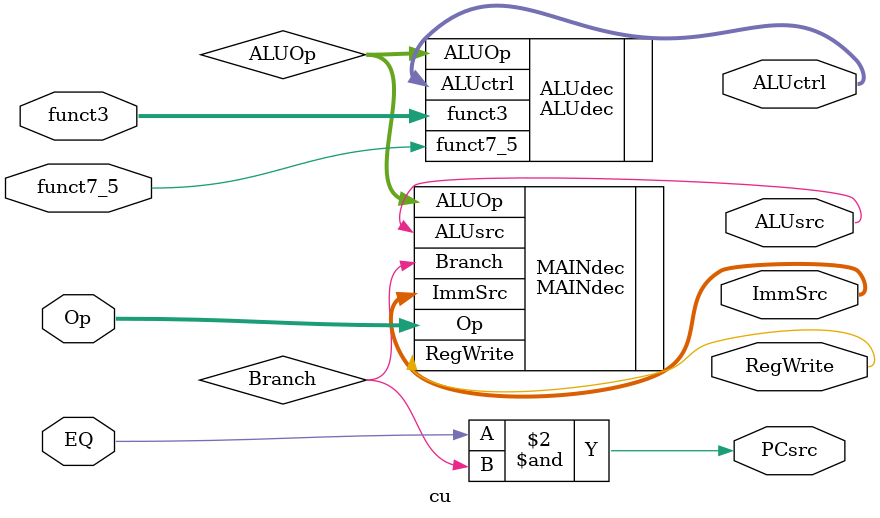
<source format=sv>
module cu (
    input logic                     EQ,         //high for OpA == OpB
    input logic     [6:0]           Op,         //Ins[6:0]
    input logic     [2:0]           funct3,     //Ins[14:12]
    input logic                     funct7_5,   //Ins[30]
    output logic                    RegWrite,   //Write enable for the register file
    output logic    [2:0]           ALUctrl,    //Configures ALU for required operation
    output logic                    ALUsrc,     //Selects register or immediate operand 
    output logic    [1:0]           ImmSrc,     //Controls sign extension block
    output logic                    PCsrc       //Selects PC addressing between PC:=PC+4 and PC:=Imm32
);

logic   [1:0]         ALUOp;
logic                 Branch;

ALUdec ALUdec (
    .ALUOp(ALUOp),
    .funct3(funct3),
    .funct7_5(funct7_5),
    .ALUctrl(ALUctrl)
);

MAINdec MAINdec (
    .Op(Op),
    .RegWrite(RegWrite),
    .ALUsrc(ALUsrc),
    .ALUOp(ALUOp),
    .ImmSrc(ImmSrc),
    .Branch(Branch)  
);

//PCsrc logic
always_comb
    PCsrc = EQ & Branch;


endmodule

</source>
